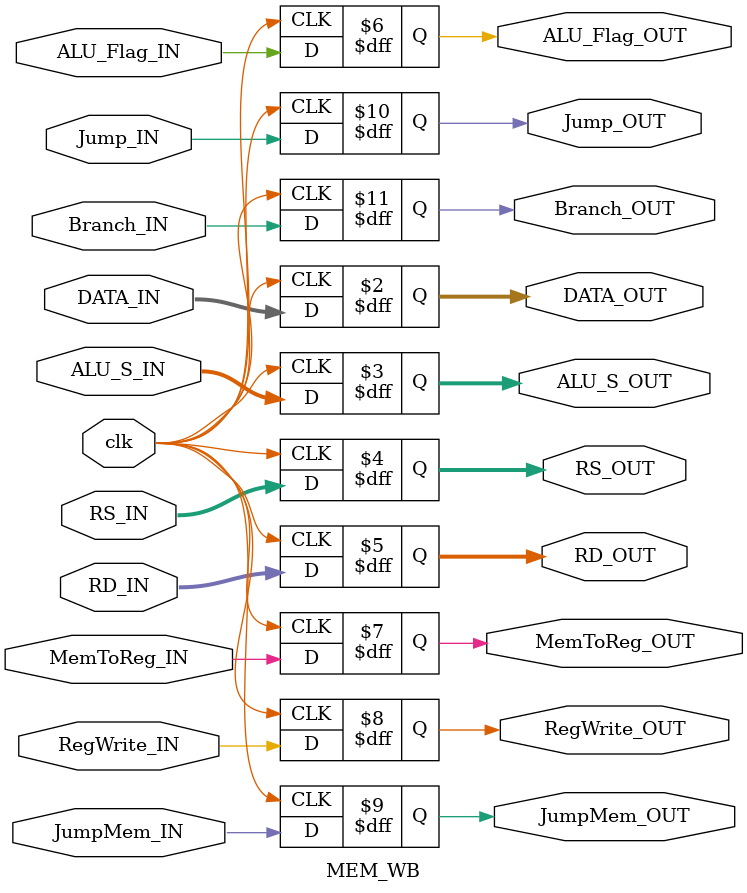
<source format=v>
`timescale 1ns/1ps

module MEM_WB (
    input [31:0] DATA_IN, ALU_S_IN, RS_IN,
    input [5:0] RD_IN,
    input ALU_Flag_IN, MemToReg_IN, RegWrite_IN, JumpMem_IN, Jump_IN, Branch_IN,
    input clk,
    /////////////////////////////////////////////////////////////////
    output reg [31:0] DATA_OUT, ALU_S_OUT, RS_OUT,
    output reg [5:0] RD_OUT,
    output reg ALU_Flag_OUT, MemToReg_OUT, RegWrite_OUT, JumpMem_OUT, Jump_OUT, Branch_OUT,
);

    always @(negedge clk)
    begin
        DATA_OUT = DATA_IN;
        ALU_S_OUT = ALU_S_IN;
        RS_OUT = RS_IN;
        RD_OUT = RD_IN;
        ALU_Flag_OUT = ALU_Flag_IN;
        MemToReg_OUT = MemToReg_IN;
        RegWrite_OUT = RegWrite_IN;
        JumpMem_OUT = JumpMem_IN;
        Jump_OUT = Jump_IN;
        Branch_OUT = Branch_IN;
    end
endmodule
</source>
